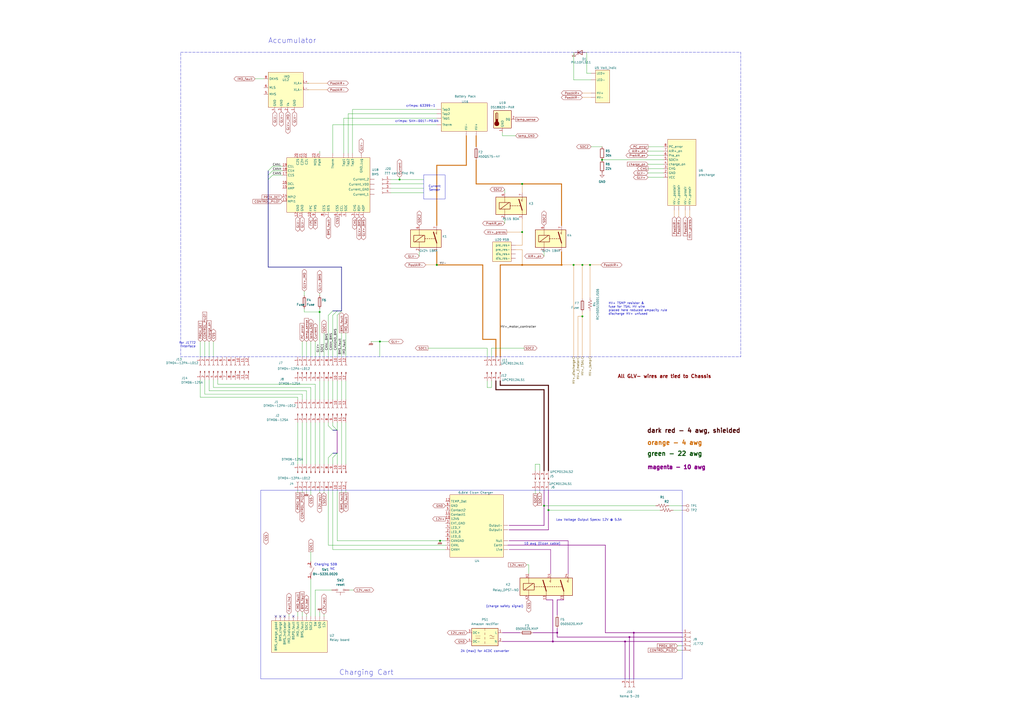
<source format=kicad_sch>
(kicad_sch (version 20250114) (generator "eeschema") (generator_version "9.0")
  (paper "A2")
  (rectangle (start 245.745 101.473) (end 258.191 115.443))
  (rectangle (start 104.775 30.353) (end 429.768 207.01) (stroke (width 0) (type dash)))
  (rectangle (start 151.257 284.353) (end 395.732 393.827))
  (text "Charging Cart" (at 196.723 391.922 0) (effects (font (size 3 3)) (justify left bottom)))
  (text "HV+ TSMP resistor &\nfuse for TSAL HV wire\nplaced here reduced ampacity rule\ndischarge HV+ unfused" (at 352.933 179.07 0) (effects (font (size 1.27 1.27)) (justify left)))
  (text "green - 22 awg" (at 375.285 264.795 0) (effects (font (size 2.54 2.54) (thickness 0.508) (bold yes)) (justify left bottom)))
  (text "magenta - 10 awg\n" (at 375.285 271.145 0) (effects (font (size 2.286 2.286) (thickness 1.016) (bold yes)) (justify left)))
  (text "crimps: SXH-001T-P0.6N\n" (at 229.235 71.12 0) (effects (font (size 1.27 1.27)) (justify left bottom)))
  (text "dark red - 4 awg, shielded" (at 402.463 249.936 0) (effects (font (size 2.54 2.54) (thickness 0.508) (bold yes))))
  (text "for J1772 \ninterface" (at 109.22 200.025 0) (effects (font (size 1.27 1.27))))
  (text "Charging SDB" (at 195.58 328.295 0) (effects (font (size 1.27 1.27)) (justify right bottom)))
  (text "All GLV- wires are tied to Chassis" (at 385.445 218.44 0) (effects (font (size 2.032 2.032) (thickness 0.4064) (bold yes))))
  (text "(charge safety signal)" (at 292.735 351.79 0) (effects (font (size 1.27 1.27))))
  (text "orange - 4 awg\n" (at 375.285 258.445 0) (effects (font (size 2.54 2.54) (thickness 0.508) (bold yes)) (justify left bottom)))
  (text "NC" (at 194.31 330.835 0) (effects (font (size 1.27 1.27)) (justify right bottom)))
  (text "10 awg (Elcon cable)" (at 314.579 315.468 0) (effects (font (size 1.27 1.27))))
  (text "2A (max) for ACDC converter" (at 281.305 377.825 0) (effects (font (size 1.27 1.27))))
  (text "Accumulator\n" (at 155.575 25.4 0) (effects (font (size 3 3)) (justify left bottom)))
  (text "Low Voltage Output Specs: 12V @ 5.5A" (at 341.63 301.625 0) (effects (font (size 1.27 1.27))))
  (text "crimps: 63399-1" (at 235.585 62.23 0) (effects (font (size 1.27 1.27)) (justify left bottom)))
  (text "Current\nSensor" (at 252.095 109.22 0) (effects (font (size 1.27 1.27))))
  (junction (at 318.135 295.91))
  (junction (at 302.895 106.68))
  (junction (at 302.895 134.62))
  (junction (at 365.125 369.57) (color 132 0 132 1))
  (junction (at 325.755 153.67) (color 204 102 0 1))
  (junction (at 349.25 92.71))
  (junction (at 253.365 153.67))
  (junction (at 337.82 153.67))
  (junction (at 315.595 293.37))
  (junction (at 231.775 104.14))
  (junction (at 185.42 180.975))
  (junction (at 320.675 372.11) (color 132 0 132 1))
  (junction (at 220.345 198.12))
  (junction (at 323.215 367.03) (color 132 0 132 1))
  (junction (at 367.665 367.03) (color 132 0 132 1))
  (junction (at 255.27 313.69))
  (junction (at 362.585 372.11) (color 132 0 132 1))
  (junction (at 302.895 153.67) (color 204 102 0 1))
  (junction (at 337.82 183.515))
  (junction (at 332.74 153.67))
  (junction (at 342.265 153.67))
  (no_connect (at 160.02 357.505))
  (no_connect (at 170.18 357.505))
  (no_connect (at 162.56 357.505))
  (no_connect (at 165.1 357.505))
  (bus_entry (at 193.04 180.34) (size -2.54 2.54))
  (bus_entry (at 158.115 99.06) (size -2.54 2.54))
  (bus_entry (at 190.5 247.015) (size 2.54 2.54))
  (bus_entry (at 158.115 101.6) (size -2.54 2.54))
  (bus_entry (at 193.04 247.015) (size 2.54 2.54))
  (bus_entry (at 158.115 96.52) (size -2.54 2.54))
  (bus_entry (at 190.5 265.43) (size 2.54 -2.54))
  (bus_entry (at 193.04 265.43) (size 2.54 -2.54))
  (bus_entry (at 195.58 182.88) (size 2.54 -2.54))
  (bus_entry (at 195.58 180.34) (size -2.54 2.54))
  (wire (pts (xy 280.035 153.67) (xy 280.035 196.85)) (stroke (width 0.508) (color 204 102 0 1)))
  (wire (pts (xy 182.88 198.12) (xy 182.88 207.01)))
  (wire (pts (xy 329.565 313.69) (xy 329.565 332.74)) (stroke (width 0.254) (color 132 0 132 1)))
  (wire (pts (xy 318.135 307.34) (xy 318.135 295.91)) (stroke (width 0.3048) (color 132 0 132 1)))
  (wire (pts (xy 276.225 78.74) (xy 276.225 85.09)) (stroke (width 0.508) (color 204 102 0 1)))
  (wire (pts (xy 299.085 78.74) (xy 291.465 78.74)))
  (wire (pts (xy 193.04 72.39) (xy 193.04 88.9)))
  (wire (pts (xy 193.04 318.77) (xy 258.445 318.77)))
  (wire (pts (xy 320.675 372.11) (xy 362.585 372.11)) (stroke (width 0.3048) (color 132 0 132 1)))
  (wire (pts (xy 340.36 30.48) (xy 340.36 42.545)))
  (wire (pts (xy 200.66 284.48) (xy 200.66 285.75)))
  (wire (pts (xy 302.895 134.62) (xy 302.895 142.24)) (stroke (width 0) (color 204 102 0 1)))
  (wire (pts (xy 116.205 198.12) (xy 116.205 207.01)))
  (wire (pts (xy 302.895 153.67) (xy 325.755 153.67)) (stroke (width 0.508) (color 204 102 0 1)))
  (wire (pts (xy 365.125 369.57) (xy 395.605 369.57)) (stroke (width 0.3048) (color 132 0 132 1)))
  (wire (pts (xy 172.72 245.11) (xy 172.72 269.24)))
  (wire (pts (xy 342.265 153.67) (xy 348.615 153.67)) (stroke (width 0) (color 204 102 0 1)))
  (wire (pts (xy 198.12 220.98) (xy 198.12 231.775)))
  (wire (pts (xy 121.285 220.345) (xy 121.285 226.695)))
  (wire (pts (xy 325.755 106.68) (xy 325.755 130.81)) (stroke (width 0.508) (color 204 102 0 1)))
  (wire (pts (xy 270.51 78.74) (xy 270.51 95.885)) (stroke (width 0.508) (color 204 102 0 1)))
  (wire (pts (xy 315.595 304.8) (xy 315.595 293.37)) (stroke (width 0.3048) (color 132 0 132 1)))
  (wire (pts (xy 282.575 220.98) (xy 282.575 224.79)))
  (wire (pts (xy 185.42 220.98) (xy 185.42 231.775)))
  (wire (pts (xy 337.82 153.67) (xy 342.265 153.67)) (stroke (width 0) (color 204 102 0 1)))
  (wire (pts (xy 172.72 285.75) (xy 172.72 284.48)))
  (wire (pts (xy 198.12 193.04) (xy 198.12 207.01)))
  (wire (pts (xy 180.34 198.12) (xy 180.34 207.01)))
  (wire (pts (xy 226.695 111.76) (xy 245.745 111.76)))
  (wire (pts (xy 175.26 285.75) (xy 175.26 284.48)))
  (wire (pts (xy 193.04 72.39) (xy 253.365 72.39)))
  (wire (pts (xy 180.34 224.79) (xy 123.825 224.79)))
  (wire (pts (xy 400.05 121.92) (xy 400.05 125.73)) (stroke (width 0) (color 204 102 0 1)))
  (wire (pts (xy 291.465 372.11) (xy 320.675 372.11)) (stroke (width 0.3048) (color 132 0 132 1)))
  (wire (pts (xy 177.8 226.695) (xy 177.8 231.775)))
  (wire (pts (xy 185.42 245.11) (xy 185.42 269.24)))
  (wire (pts (xy 387.985 293.37) (xy 395.605 293.37)))
  (wire (pts (xy 299.085 144.78) (xy 302.895 144.78)) (stroke (width 0) (color 204 102 0 1)))
  (wire (pts (xy 247.015 153.67) (xy 253.365 153.67)) (stroke (width 0) (color 204 102 0 1)))
  (wire (pts (xy 340.36 42.545) (xy 342.9 42.545)))
  (wire (pts (xy 258.445 313.69) (xy 255.27 313.69)))
  (wire (pts (xy 226.695 109.22) (xy 245.745 109.22)))
  (wire (pts (xy 285.115 201.93) (xy 304.165 201.93)))
  (bus (pts (xy 195.58 249.555) (xy 195.58 262.89)) (stroke (width 0) (color 132 0 132 1)))
  (wire (pts (xy 316.865 347.98) (xy 320.675 347.98)) (stroke (width 0.3048) (color 132 0 132 1)))
  (wire (pts (xy 375.92 90.17) (xy 384.81 90.17)))
  (wire (pts (xy 195.58 284.48) (xy 195.58 313.69)))
  (wire (pts (xy 313.055 284.48) (xy 313.055 285.75)))
  (wire (pts (xy 315.595 146.05) (xy 315.595 148.59)))
  (wire (pts (xy 337.82 53.975) (xy 342.9 53.975)) (stroke (width 0) (color 204 102 0 1)))
  (wire (pts (xy 198.12 245.11) (xy 198.12 269.24)))
  (wire (pts (xy 393.7 121.92) (xy 393.7 125.73)) (stroke (width 0) (color 204 102 0 1)))
  (wire (pts (xy 318.135 295.91) (xy 382.905 295.91)))
  (wire (pts (xy 185.42 354.965) (xy 185.42 357.505)))
  (wire (pts (xy 182.88 342.265) (xy 182.88 357.505)))
  (wire (pts (xy 292.735 109.855) (xy 292.735 111.76)))
  (wire (pts (xy 287.655 226.06) (xy 315.595 226.06)) (stroke (width 0.5588) (color 72 0 0 1)))
  (bus (pts (xy 195.58 180.34) (xy 198.12 180.34)))
  (wire (pts (xy 187.96 357.505) (xy 187.96 356.235)))
  (wire (pts (xy 362.585 372.11) (xy 362.585 393.7)) (stroke (width 0.3048) (color 132 0 132 1)))
  (wire (pts (xy 367.665 367.03) (xy 367.665 393.7)) (stroke (width 0.3048) (color 132 0 132 1)))
  (wire (pts (xy 116.205 220.345) (xy 116.205 230.505)))
  (wire (pts (xy 290.195 153.67) (xy 302.895 153.67)) (stroke (width 0.508) (color 204 102 0 1)))
  (wire (pts (xy 253.365 95.885) (xy 270.51 95.885)) (stroke (width 0.508) (color 204 102 0 1)))
  (wire (pts (xy 375.92 95.25) (xy 384.81 95.25)))
  (wire (pts (xy 187.96 245.11) (xy 187.96 269.24)))
  (wire (pts (xy 226.695 104.14) (xy 231.775 104.14)))
  (wire (pts (xy 302.895 106.68) (xy 302.895 111.76)) (stroke (width 0) (color 204 102 0 1)))
  (wire (pts (xy 362.585 372.11) (xy 395.605 372.11)) (stroke (width 0.3048) (color 132 0 132 1)))
  (wire (pts (xy 276.225 106.68) (xy 302.895 106.68)) (stroke (width 0.508) (color 204 102 0 1)))
  (wire (pts (xy 200.66 220.98) (xy 200.66 231.775)))
  (wire (pts (xy 282.575 224.79) (xy 285.115 224.79)))
  (wire (pts (xy 220.345 198.12) (xy 220.345 207.01)))
  (wire (pts (xy 305.435 327.66) (xy 306.705 327.66)))
  (wire (pts (xy 185.42 179.07) (xy 185.42 180.975)))
  (wire (pts (xy 172.72 354.965) (xy 172.72 357.505)))
  (wire (pts (xy 290.195 153.67) (xy 290.195 207.01)) (stroke (width 0.508) (color 204 102 0 1)))
  (wire (pts (xy 231.775 104.14) (xy 245.745 104.14)))
  (wire (pts (xy 195.58 245.11) (xy 195.58 249.555)))
  (wire (pts (xy 195.58 313.69) (xy 255.27 313.69)))
  (wire (pts (xy 315.595 293.37) (xy 316.865 293.37)) (stroke (width 0) (color 132 0 132 1)))
  (wire (pts (xy 310.515 269.24) (xy 310.515 273.05)))
  (wire (pts (xy 193.04 220.98) (xy 193.04 231.775)))
  (wire (pts (xy 178.435 52.07) (xy 189.865 52.07)) (stroke (width 0) (color 204 102 0 1)))
  (wire (pts (xy 290.195 223.52) (xy 318.135 223.52)) (stroke (width 0.5588) (color 72 0 0 1)))
  (wire (pts (xy 190.5 316.23) (xy 190.5 284.48)))
  (wire (pts (xy 199.39 68.58) (xy 253.365 68.58)))
  (wire (pts (xy 193.04 182.88) (xy 193.04 207.01)))
  (wire (pts (xy 287.655 220.98) (xy 287.655 226.06)) (stroke (width 0.5588) (color 72 0 0 1)))
  (wire (pts (xy 318.135 223.52) (xy 318.135 273.05)) (stroke (width 0.5588) (color 72 0 0 1)))
  (wire (pts (xy 175.26 228.6) (xy 118.745 228.6)))
  (wire (pts (xy 276.225 92.71) (xy 276.225 106.68)) (stroke (width 0.508) (color 204 102 0 1)))
  (wire (pts (xy 294.005 134.62) (xy 302.895 134.62)) (stroke (width 0) (color 204 102 0 1)))
  (wire (pts (xy 185.42 180.975) (xy 185.42 207.01)))
  (bus (pts (xy 155.575 104.14) (xy 155.575 154.94)))
  (wire (pts (xy 375.92 100.33) (xy 384.81 100.33)))
  (wire (pts (xy 306.705 327.66) (xy 306.705 332.74)))
  (wire (pts (xy 193.04 265.43) (xy 193.04 269.24)))
  (wire (pts (xy 318.135 284.48) (xy 318.135 295.91)) (stroke (width 0.3048) (color 132 0 132 1)))
  (wire (pts (xy 123.825 220.345) (xy 123.825 224.79)))
  (wire (pts (xy 316.865 293.37) (xy 380.365 293.37)))
  (wire (pts (xy 248.285 201.93) (xy 282.575 201.93)))
  (wire (pts (xy 126.365 220.345) (xy 126.365 222.885)))
  (wire (pts (xy 337.82 153.67) (xy 337.82 173.355)) (stroke (width 0) (color 204 102 0 1)))
  (wire (pts (xy 337.82 56.515) (xy 342.9 56.515)) (stroke (width 0) (color 204 102 0 1)))
  (wire (pts (xy 299.085 142.24) (xy 302.895 142.24)) (stroke (width 0) (color 204 102 0 1)))
  (wire (pts (xy 393.065 377.19) (xy 395.605 377.19)))
  (wire (pts (xy 302.895 106.68) (xy 325.755 106.68)) (stroke (width 0.508) (color 204 102 0 1)))
  (wire (pts (xy 351.155 316.23) (xy 351.155 367.03)) (stroke (width 0.3048) (color 132 0 132 1)))
  (wire (pts (xy 193.04 247.015) (xy 193.04 245.11)))
  (wire (pts (xy 323.215 364.49) (xy 323.215 367.03)) (stroke (width 0.3048) (color 132 0 132 1)))
  (bus (pts (xy 155.575 101.6) (xy 155.575 104.14)))
  (bus (pts (xy 198.12 154.94) (xy 155.575 154.94)))
  (wire (pts (xy 315.595 284.48) (xy 315.595 293.37)) (stroke (width 0.3048) (color 132 0 132 1)))
  (wire (pts (xy 375.92 102.87) (xy 384.81 102.87)))
  (wire (pts (xy 351.155 316.23) (xy 294.64 316.23)) (stroke (width 0.3048) (color 132 0 132 1)))
  (wire (pts (xy 177.8 285.75) (xy 177.8 284.48)))
  (wire (pts (xy 200.66 245.11) (xy 200.66 269.24)))
  (bus (pts (xy 155.575 99.06) (xy 155.575 101.6)))
  (wire (pts (xy 167.64 356.235) (xy 167.64 357.505)))
  (wire (pts (xy 291.465 78.74) (xy 291.465 76.835)))
  (wire (pts (xy 176.53 179.07) (xy 176.53 180.975)))
  (wire (pts (xy 315.595 226.06) (xy 315.595 273.05)) (stroke (width 0.5588) (color 72 0 0 1)))
  (wire (pts (xy 185.42 87.63) (xy 185.42 88.9)))
  (wire (pts (xy 285.115 220.98) (xy 285.115 224.79)))
  (wire (pts (xy 337.82 183.515) (xy 337.82 207.01)) (stroke (width 0) (color 204 102 0 1)))
  (wire (pts (xy 302.895 144.78) (xy 302.895 153.67)) (stroke (width 0) (color 204 102 0 1)))
  (wire (pts (xy 390.525 295.91) (xy 395.605 295.91)))
  (wire (pts (xy 342.9 85.09) (xy 349.25 85.09)))
  (wire (pts (xy 309.245 367.03) (xy 323.215 367.03)) (stroke (width 0.3048) (color 132 0 132 1)))
  (wire (pts (xy 175.26 198.12) (xy 175.26 207.01)))
  (wire (pts (xy 118.745 198.12) (xy 118.745 207.01)))
  (wire (pts (xy 178.435 48.26) (xy 179.07 48.26)))
  (wire (pts (xy 342.265 180.34) (xy 342.265 207.01)) (stroke (width 0) (color 204 102 0 1)))
  (wire (pts (xy 319.405 318.77) (xy 319.405 332.74)) (stroke (width 0.254) (color 132 0 132 1)))
  (wire (pts (xy 180.34 245.11) (xy 180.34 269.24)))
  (wire (pts (xy 180.34 231.775) (xy 180.34 224.79)))
  (wire (pts (xy 215.265 198.12) (xy 220.345 198.12)))
  (wire (pts (xy 182.88 245.11) (xy 182.88 269.24)))
  (wire (pts (xy 180.34 284.48) (xy 180.34 287.02)))
  (wire (pts (xy 285.115 201.93) (xy 285.115 207.01)))
  (wire (pts (xy 287.655 196.85) (xy 287.655 207.01)) (stroke (width 0.508) (color 204 102 0 1)))
  (wire (pts (xy 175.26 245.11) (xy 175.26 269.24)))
  (wire (pts (xy 187.96 193.04) (xy 187.96 207.01)))
  (wire (pts (xy 290.195 220.98) (xy 290.195 223.52)) (stroke (width 0.5588) (color 72 0 0 1)))
  (wire (pts (xy 391.16 121.92) (xy 391.16 125.73)) (stroke (width 0) (color 204 102 0 1)))
  (wire (pts (xy 201.93 66.04) (xy 201.93 88.9)))
  (wire (pts (xy 342.265 153.67) (xy 342.265 172.72)) (stroke (width 0) (color 204 102 0 1)))
  (wire (pts (xy 295.275 307.34) (xy 318.135 307.34)) (stroke (width 0.3048) (color 132 0 132 1)))
  (wire (pts (xy 323.215 347.98) (xy 327.025 347.98)) (stroke (width 0.3048) (color 132 0 132 1)))
  (wire (pts (xy 332.74 46.355) (xy 332.74 30.48)))
  (wire (pts (xy 332.74 153.67) (xy 332.74 207.01)) (stroke (width 0) (color 204 102 0 1)))
  (wire (pts (xy 123.825 198.12) (xy 123.825 207.01)))
  (wire (pts (xy 172.72 230.505) (xy 172.72 231.775)))
  (wire (pts (xy 195.58 220.98) (xy 195.58 231.775)))
  (wire (pts (xy 295.275 318.77) (xy 319.405 318.77)) (stroke (width 0.254) (color 132 0 132 1)))
  (wire (pts (xy 204.47 63.5) (xy 253.365 63.5)))
  (wire (pts (xy 302.895 127) (xy 302.895 134.62)) (stroke (width 0) (color 204 102 0 1)))
  (wire (pts (xy 126.365 222.885) (xy 182.88 222.885)))
  (wire (pts (xy 320.675 347.98) (xy 320.675 372.11)) (stroke (width 0.3048) (color 132 0 132 1)))
  (wire (pts (xy 200.66 193.04) (xy 200.66 207.01)))
  (wire (pts (xy 397.51 121.92) (xy 397.51 125.73)) (stroke (width 0) (color 204 102 0 1)))
  (wire (pts (xy 180.34 357.505) (xy 180.34 335.915)))
  (wire (pts (xy 190.5 182.88) (xy 190.5 207.01)))
  (wire (pts (xy 313.055 269.24) (xy 310.515 269.24)))
  (wire (pts (xy 323.215 347.98) (xy 323.215 356.87)) (stroke (width 0.3048) (color 132 0 132 1)))
  (wire (pts (xy 178.435 52.07) (xy 179.07 52.07)))
  (wire (pts (xy 158.115 101.6) (xy 163.83 101.6)))
  (wire (pts (xy 121.285 198.12) (xy 121.285 207.01)))
  (wire (pts (xy 204.47 88.9) (xy 204.47 63.5)))
  (bus (pts (xy 195.58 249.555) (xy 193.04 249.555)))
  (wire (pts (xy 190.5 245.11) (xy 190.5 247.015)))
  (wire (pts (xy 199.39 88.9) (xy 199.39 68.58)))
  (wire (pts (xy 243.205 146.05) (xy 243.205 148.59)))
  (wire (pts (xy 180.34 325.755) (xy 180.34 320.04)))
  (wire (pts (xy 310.515 284.48) (xy 310.515 286.385)))
  (wire (pts (xy 190.5 220.98) (xy 190.5 231.775)))
  (wire (pts (xy 176.53 180.975) (xy 185.42 180.975)))
  (wire (pts (xy 178.435 48.26) (xy 189.865 48.26)) (stroke (width 0) (color 204 102 0 1)))
  (wire (pts (xy 349.25 92.71) (xy 384.81 92.71)))
  (wire (pts (xy 176.53 168.91) (xy 176.53 171.45)))
  (wire (pts (xy 201.93 66.04) (xy 253.365 66.04)))
  (wire (pts (xy 337.82 180.975) (xy 337.82 183.515)) (stroke (width 0) (color 204 102 0 1)))
  (wire (pts (xy 295.275 313.69) (xy 329.565 313.69)) (stroke (width 0.254) (color 132 0 132 1)))
  (wire (pts (xy 282.575 201.93) (xy 282.575 207.01)))
  (wire (pts (xy 375.92 97.79) (xy 384.81 97.79)))
  (wire (pts (xy 158.115 96.52) (xy 163.83 96.52)))
  (wire (pts (xy 147.955 45.72) (xy 153.035 45.72)))
  (wire (pts (xy 258.445 316.23) (xy 190.5 316.23)))
  (wire (pts (xy 231.775 102.87) (xy 231.775 104.14)))
  (wire (pts (xy 351.155 367.03) (xy 367.665 367.03)) (stroke (width 0.3048) (color 132 0 132 1)))
  (wire (pts (xy 335.28 183.515) (xy 335.28 207.01)) (stroke (width 0) (color 204 102 0 1)))
  (wire (pts (xy 193.04 284.48) (xy 193.04 318.77)))
  (wire (pts (xy 393.065 374.65) (xy 395.605 374.65)))
  (wire (pts (xy 253.365 95.885) (xy 253.365 130.81)) (stroke (width 0.508) (color 204 102 0 1)))
  (bus (pts (xy 193.04 180.34) (xy 195.58 180.34)))
  (wire (pts (xy 177.8 198.12) (xy 177.8 207.01)))
  (wire (pts (xy 158.115 99.06) (xy 163.83 99.06)))
  (wire (pts (xy 195.58 182.88) (xy 195.58 207.01)))
  (wire (pts (xy 335.28 183.515) (xy 337.82 183.515)) (stroke (width 0) (color 204 102 0 1)))
  (wire (pts (xy 253.365 146.05) (xy 253.365 153.67)) (stroke (width 0.508) (color 204 102 0 1)))
  (wire (pts (xy 185.42 170.18) (xy 185.42 171.45)))
  (wire (pts (xy 220.345 198.12) (xy 225.425 198.12)))
  (wire (pts (xy 367.665 367.03) (xy 395.605 367.03)) (stroke (width 0.3048) (color 132 0 132 1)))
  (wire (pts (xy 375.92 85.09) (xy 384.81 85.09)))
  (wire (pts (xy 198.12 284.48) (xy 198.12 285.75)))
  (wire (pts (xy 332.74 153.67) (xy 337.82 153.67)) (stroke (width 0) (color 204 102 0 1)))
  (wire (pts (xy 325.755 153.67) (xy 332.74 153.67)) (stroke (width 0) (color 204 102 0 1)))
  (wire (pts (xy 121.285 226.695) (xy 177.8 226.695)))
  (wire (pts (xy 332.74 46.355) (xy 342.9 46.355)))
  (wire (pts (xy 325.755 146.05) (xy 325.755 153.67)) (stroke (width 0.508) (color 204 102 0 1)))
  (wire (pts (xy 295.275 304.8) (xy 315.595 304.8)) (stroke (width 0.3048) (color 132 0 132 1)))
  (bus (pts (xy 193.04 262.89) (xy 195.58 262.89)))
  (bus (pts (xy 198.12 180.34) (xy 198.12 154.94)))
  (wire (pts (xy 292.735 129.54) (xy 292.735 127)))
  (wire (pts (xy 375.92 87.63) (xy 384.81 87.63)))
  (wire (pts (xy 185.42 285.75) (xy 185.42 284.48)))
  (wire (pts (xy 323.215 367.03) (xy 323.215 369.57)) (stroke (width 0.3048) (color 132 0 132 1)))
  (wire (pts (xy 365.125 369.57) (xy 365.125 393.7)) (stroke (width 0.3048) (color 132 0 132 1)))
  (wire (pts (xy 190.5 265.43) (xy 190.5 269.24)))
  (wire (pts (xy 192.405 342.265) (xy 182.88 342.265)))
  (wire (pts (xy 182.88 222.885) (xy 182.88 231.775)))
  (wire (pts (xy 202.565 342.265) (xy 205.105 342.265)))
  (wire (pts (xy 313.055 273.05) (xy 313.055 269.24)))
  (wire (pts (xy 226.695 106.68) (xy 245.745 106.68)))
  (wire (pts (xy 175.26 354.965) (xy 175.26 357.505)))
  (wire (pts (xy 187.96 220.98) (xy 187.96 231.775)))
  (wire (pts (xy 195.58 262.89) (xy 195.58 269.24)))
  (wire (pts (xy 116.205 230.505) (xy 172.72 230.505)))
  (wire (pts (xy 118.745 228.6) (xy 118.745 220.345)))
  (wire (pts (xy 177.8 245.11) (xy 177.8 269.24)))
  (wire (pts (xy 287.655 196.85) (xy 280.035 196.85)) (stroke (width 0.508) (color 204 102 0 1)))
  (wire (pts (xy 187.96 285.75) (xy 187.96 284.48)))
  (wire (pts (xy 253.365 153.67) (xy 280.035 153.67)) (stroke (width 0.508) (color 204 102 0 1)))
  (wire (pts (xy 175.26 231.775) (xy 175.26 228.6)))
  (wire (pts (xy 291.465 367.03) (xy 301.625 367.03)) (stroke (width 0.3048) (color 132 0 132 1)))
  (wire (pts (xy 323.215 369.57) (xy 365.125 369.57)) (stroke (width 0.3048) (color 132 0 132 1)))
  (wire (pts (xy 177.8 356.235) (xy 177.8 357.505)))
  (label "CANH_BMS" (at 193.04 203.2 90))
  (label "CANS" (at 158.115 101.6 0))
  (label "HV+_motor_controller" (at 290.195 190.5 0))
  (label "IMD_fault" (at 200.66 205.74 90))
  (label "CANL" (at 158.115 96.52 0))
  (label "BMS_fault" (at 198.12 205.74 90))
  (label "CANGND_BMS" (at 195.58 203.2 90))
  (label "SDC1" (at 187.96 204.47 90))
  (label "CANL_BMS" (at 190.5 203.2 90))
  (label "GLV+" (at 185.42 204.47 90))
  (label "CANH" (at 158.115 99.06 0))
  (label "HV-" (at 259.08 153.67 180))
  (global_label "12V_rect" (shape bidirectional) (at 205.105 342.265 0) (property "Intersheetrefs" "${INTERSHEET_REFS}" (effects (hide yes))))
  (global_label "charge_on" (shape input) (at 121.285 198.12 90) (property "Intersheetrefs" "${INTERSHEET_REFS}" (effects (hide yes))))
  (global_label "AIR+_en" (shape bidirectional) (at 315.595 148.59 180) (property "Intersheetrefs" "${INTERSHEET_REFS}" (effects (hide yes))))
  (global_label "charge_on" (shape input) (at 375.92 95.25 180) (property "Intersheetrefs" "${INTERSHEET_REFS}" (effects (hide yes))))
  (global_label "PC_error" (shape output) (at 375.92 85.09 180) (property "Intersheetrefs" "${INTERSHEET_REFS}" (effects (hide yes))))
  (global_label "GLV-" (shape bidirectional) (at 175.26 125.73 270) (property "Intersheetrefs" "${INTERSHEET_REFS}" (effects (hide yes))))
  (global_label "temp_sense" (shape output) (at 299.085 69.215 0) (property "Intersheetrefs" "${INTERSHEET_REFS}" (effects (hide yes))))
  (global_label "CHG" (shape output) (at 375.92 97.79 180) (property "Intersheetrefs" "${INTERSHEET_REFS}" (effects (hide yes))))
  (global_label "GLV-" (shape bidirectional) (at 209.55 88.9 90) (property "Intersheetrefs" "${INTERSHEET_REFS}" (effects (hide yes))))
  (global_label "SDC1" (shape output) (at 248.285 201.93 180) (property "Intersheetrefs" "${INTERSHEET_REFS}" (effects (hide yes))))
  (global_label "GLV-" (shape bidirectional) (at 375.92 100.33 180) (property "Intersheetrefs" "${INTERSHEET_REFS}" (effects (hide yes))))
  (global_label "SDC2" (shape bidirectional) (at 315.595 130.81 90) (property "Intersheetrefs" "${INTERSHEET_REFS}" (effects (hide yes))))
  (global_label "PC_error" (shape input) (at 175.26 198.12 90) (property "Intersheetrefs" "${INTERSHEET_REFS}" (effects (hide yes))))
  (global_label "GLV+_BMS" (shape bidirectional) (at 185.42 170.18 90) (property "Intersheetrefs" "${INTERSHEET_REFS}" (effects (hide yes))))
  (global_label "PreAIR_en" (shape bidirectional) (at 292.735 129.54 180) (property "Intersheetrefs" "${INTERSHEET_REFS}" (effects (hide yes))))
  (global_label "FMS" (shape bidirectional) (at 182.88 125.73 270) (property "Intersheetrefs" "${INTERSHEET_REFS}" (effects (hide yes))))
  (global_label "12V_rect" (shape bidirectional) (at 185.42 285.75 270) (property "Intersheetrefs" "${INTERSHEET_REFS}" (effects (hide yes))))
  (global_label "Current" (shape bidirectional) (at 231.775 102.87 90) (property "Intersheetrefs" "${INTERSHEET_REFS}" (effects (hide yes))))
  (global_label "CONTROL_PILOT" (shape output) (at 175.26 285.75 270) (property "Intersheetrefs" "${INTERSHEET_REFS}" (effects (hide yes))))
  (global_label "BMS_fault" (shape output) (at 198.12 193.04 90) (property "Intersheetrefs" "${INTERSHEET_REFS}" (effects (hide yes))))
  (global_label "FPC" (shape bidirectional) (at 180.34 125.73 270) (property "Intersheetrefs" "${INTERSHEET_REFS}" (effects (hide yes))))
  (global_label "PostAIR+" (shape bidirectional) (at 189.865 48.26 0) (property "Intersheetrefs" "${INTERSHEET_REFS}" (effects (hide yes))))
  (global_label "GND" (shape bidirectional) (at 258.445 293.37 180) (property "Intersheetrefs" "${INTERSHEET_REFS}" (effects (hide yes))))
  (global_label "CSS" (shape bidirectional) (at 180.34 287.02 270) (property "Intersheetrefs" "${INTERSHEET_REFS}" (effects (hide yes))))
  (global_label "PostAIR+" (shape bidirectional) (at 337.82 53.975 180) (property "Intersheetrefs" "${INTERSHEET_REFS}" (effects (hide yes))))
  (global_label "HV+_preres" (shape input) (at 400.05 125.73 270) (property "Intersheetrefs" "${INTERSHEET_REFS}" (effects (hide yes))))
  (global_label "PreAIR_en" (shape bidirectional) (at 375.92 90.17 180) (property "Intersheetrefs" "${INTERSHEET_REFS}" (effects (hide yes))))
  (global_label "GLV+_IMD" (shape bidirectional) (at 176.53 168.91 90) (property "Intersheetrefs" "${INTERSHEET_REFS}" (effects (hide yes))))
  (global_label "Current" (shape bidirectional) (at 182.88 198.12 90) (property "Intersheetrefs" "${INTERSHEET_REFS}" (effects (hide yes))))
  (global_label "SDC2" (shape bidirectional) (at 342.9 85.09 180) (property "Intersheetrefs" "${INTERSHEET_REFS}" (effects (hide yes))))
  (global_label "GLV+_BMS" (shape bidirectional) (at 208.28 125.73 270) (property "Intersheetrefs" "${INTERSHEET_REFS}" (effects (hide yes))))
  (global_label "GLV-" (shape bidirectional) (at 159.385 64.77 270) (property "Intersheetrefs" "${INTERSHEET_REFS}" (effects (hide yes))))
  (global_label "GLV+_IMD" (shape bidirectional) (at 167.005 64.77 270) (property "Intersheetrefs" "${INTERSHEET_REFS}" (effects (hide yes))))
  (global_label "12V+" (shape output) (at 258.445 300.99 180) (property "Intersheetrefs" "${INTERSHEET_REFS}" (effects (hide yes))))
  (global_label "CONTROL_PILOT" (shape input) (at 118.745 198.12 90) (property "Intersheetrefs" "${INTERSHEET_REFS}" (effects (hide yes))))
  (global_label "Fault_ind" (shape bidirectional) (at 167.64 356.235 90) (property "Intersheetrefs" "${INTERSHEET_REFS}" (effects (hide yes))))
  (global_label "SDC2" (shape output) (at 310.515 286.385 270) (property "Intersheetrefs" "${INTERSHEET_REFS}" (effects (hide yes))))
  (global_label "12V_bat" (shape bidirectional) (at 177.8 356.235 90) (property "Intersheetrefs" "${INTERSHEET_REFS}" (effects (hide yes))))
  (global_label "CSS" (shape bidirectional) (at 306.705 347.98 270) (property "Intersheetrefs" "${INTERSHEET_REFS}" (effects (hide yes))))
  (global_label "SDC2" (shape bidirectional) (at 292.735 109.855 180) (property "Intersheetrefs" "${INTERSHEET_REFS}" (effects (hide yes))))
  (global_label "HV+_preres" (shape output) (at 294.005 134.62 180) (property "Intersheetrefs" "${INTERSHEET_REFS}" (effects (hide yes))))
  (global_label "GLV-" (shape bidirectional) (at 172.72 125.73 270) (property "Intersheetrefs" "${INTERSHEET_REFS}" (effects (hide yes))))
  (global_label "12V_rect" (shape input) (at 305.435 327.66 180) (property "Intersheetrefs" "${INTERSHEET_REFS}" (effects (hide yes))))
  (global_label "IMD_fault" (shape bidirectional) (at 147.955 45.72 180) (property "Intersheetrefs" "${INTERSHEET_REFS}" (effects (hide yes))))
  (global_label "GLV+_BMS" (shape bidirectional) (at 210.82 125.73 270) (property "Intersheetrefs" "${INTERSHEET_REFS}" (effects (hide yes))))
  (global_label "PROX_DET" (shape input) (at 116.205 198.12 90) (property "Intersheetrefs" "${INTERSHEET_REFS}" (effects (hide yes))))
  (global_label "SDC2" (shape bidirectional) (at 243.205 130.81 90) (property "Intersheetrefs" "${INTERSHEET_REFS}" (effects (hide yes))))
  (global_label "PostAIR+" (shape bidirectional) (at 348.615 153.67 0) (property "Intersheetrefs" "${INTERSHEET_REFS}" (effects (hide yes))))
  (global_label "SDC2" (shape output) (at 304.165 201.93 0) (property "Intersheetrefs" "${INTERSHEET_REFS}" (effects (hide yes))))
  (global_label "BMS_fault" (shape bidirectional) (at 190.5 125.73 270) (property "Intersheetrefs" "${INTERSHEET_REFS}" (effects (hide yes))))
  (global_label "CSS" (shape output) (at 195.58 125.73 270) (property "Intersheetrefs" "${INTERSHEET_REFS}" (effects (hide yes))))
  (global_label "PostAIR+" (shape input) (at 393.7 125.73 270) (property "Intersheetrefs" "${INTERSHEET_REFS}" (effects (hide yes))))
  (global_label "PostAIR-" (shape bidirectional) (at 337.82 56.515 180) (property "Intersheetrefs" "${INTERSHEET_REFS}" (effects (hide yes))))
  (global_label "IMD_fault" (shape output) (at 200.66 193.04 90) (property "Intersheetrefs" "${INTERSHEET_REFS}" (effects (hide yes))))
  (global_label "SDC1" (shape input) (at 313.055 285.75 270) (property "Intersheetrefs" "${INTERSHEET_REFS}" (effects (hide yes))))
  (global_label "GND" (shape bidirectional) (at 271.145 372.11 180) (property "Intersheetrefs" "${INTERSHEET_REFS}" (effects (hide yes))))
  (global_label "12V_rect" (shape bidirectional) (at 271.145 367.03 180) (property "Intersheetrefs" "${INTERSHEET_REFS}" (effects (hide yes))))
  (global_label "temp_GND" (shape bidirectional) (at 299.085 78.74 0) (property "Intersheetrefs" "${INTERSHEET_REFS}" (effects (hide yes))))
  (global_label "GLV-" (shape bidirectional) (at 225.425 198.12 0) (property "Intersheetrefs" "${INTERSHEET_REFS}" (effects (hide yes))))
  (global_label "GLV-" (shape bidirectional) (at 163.195 64.77 270) (property "Intersheetrefs" "${INTERSHEET_REFS}" (effects (hide yes))))
  (global_label "IMD_fault" (shape output) (at 200.66 285.75 270) (property "Intersheetrefs" "${INTERSHEET_REFS}" (effects (hide yes))))
  (global_label "CHG" (shape bidirectional) (at 205.74 125.73 270) (property "Intersheetrefs" "${INTERSHEET_REFS}" (effects (hide yes))))
  (global_label "temp_GND" (shape bidirectional) (at 180.34 198.12 90) (property "Intersheetrefs" "${INTERSHEET_REFS}" (effects (hide yes))))
  (global_label "PROX_DET" (shape input) (at 393.065 374.65 180) (property "Intersheetrefs" "${INTERSHEET_REFS}" (effects (hide yes))))
  (global_label "PostAIR-" (shape input) (at 397.51 125.73 270) (property "Intersheetrefs" "${INTERSHEET_REFS}" (effects (hide yes))))
  (global_label "PostAIR-" (shape bidirectional) (at 247.015 153.67 180) (property "Intersheetrefs" "${INTERSHEET_REFS}" (effects (hide yes))))
  (global_label "CSS" (shape bidirectional) (at 123.825 198.12 90) (property "Intersheetrefs" "${INTERSHEET_REFS}" (effects (hide yes))))
  (global_label "BMS_fault" (shape input) (at 175.26 354.965 90) (property "Intersheetrefs" "${INTERSHEET_REFS}" (effects (hide yes))))
  (global_label "PROX_DET" (shape input) (at 163.83 114.3 180) (property "Intersheetrefs" "${INTERSHEET_REFS}" (effects (hide yes))))
  (global_label "PROX_DET" (shape output) (at 172.72 285.75 270) (property "Intersheetrefs" "${INTERSHEET_REFS}" (effects (hide yes))))
  (global_label "PostAIR-" (shape bidirectional) (at 189.865 52.07 0) (property "Intersheetrefs" "${INTERSHEET_REFS}" (effects (hide yes))))
  (global_label "PostAIR-" (shape input) (at 391.16 125.73 270) (property "Intersheetrefs" "${INTERSHEET_REFS}" (effects (hide yes))))
  (global_label "CONTROL_PILOT" (shape input) (at 393.065 377.19 180) (property "Intersheetrefs" "${INTERSHEET_REFS}" (effects (hide yes))))
  (global_label "SDC1" (shape output) (at 180.34 320.04 90) (property "Intersheetrefs" "${INTERSHEET_REFS}" (effects (hide yes))))
  (global_label "SDC1" (shape output) (at 187.96 193.04 90) (property "Intersheetrefs" "${INTERSHEET_REFS}" (effects (hide yes))))
  (global_label "IMD_fault" (shape input) (at 172.72 354.965 90) (property "Intersheetrefs" "${INTERSHEET_REFS}" (effects (hide yes))))
  (global_label "12V_rect" (shape bidirectional) (at 187.96 356.235 90) (property "Intersheetrefs" "${INTERSHEET_REFS}" (effects (hide yes))))
  (global_label "GLV+" (shape bidirectional) (at 375.92 102.87 180) (property "Intersheetrefs" "${INTERSHEET_REFS}" (effects (hide yes))))
  (global_label "SDC2" (shape input) (at 187.96 285.75 270) (property "Intersheetrefs" "${INTERSHEET_REFS}" (effects (hide yes))))
  (global_label "GLV-" (shape bidirectional) (at 170.815 64.77 270) (property "Intersheetrefs" "${INTERSHEET_REFS}" (effects (hide yes))))
  (global_label "CSS" (shape bidirectional) (at 154.305 308.61 270) (property "Intersheetrefs" "${INTERSHEET_REFS}" (effects (hide yes))))
  (global_label "BMS_fault" (shape output) (at 198.12 285.75 270) (property "Intersheetrefs" "${INTERSHEET_REFS}" (effects (hide yes))))
  (global_label "CONTROL_PILOT" (shape input) (at 163.83 116.84 180) (property "Intersheetrefs" "${INTERSHEET_REFS}" (effects (hide yes))))
  (global_label "AIR+_en" (shape bidirectional) (at 375.92 87.63 180) (property "Intersheetrefs" "${INTERSHEET_REFS}" (effects (hide yes))))
  (global_label "temp_sense" (shape input) (at 177.8 198.12 90) (property "Intersheetrefs" "${INTERSHEET_REFS}" (effects (hide yes))))
  (global_label "GLV-" (shape bidirectional) (at 243.205 148.59 180) (property "Intersheetrefs" "${INTERSHEET_REFS}" (effects (hide yes))))
  (hierarchical_label "HV+_tsmp" (shape output) (at 342.265 207.01 270))
  (hierarchical_label "HV+_Emeter" (shape output) (at 335.28 207.01 270))
  (hierarchical_label "HV+_discharge" (shape output) (at 332.74 207.01 270))
  (hierarchical_label "HV+_TSAL" (shape output) (at 337.82 207.01 270))
  (symbol (lib_id "Relay:DIPxx-1Axx-11x") (at 248.285 138.43 0) (unit 1)
    (property "Reference" "K1" (at 256.54 137.16 0) (effects (justify left)))
    (property "Value" "GV24 1BAX" (at 243.205 145.415 0) (effects (justify left)))
    (property "Footprint" "Relay_THT:Relay_StandexMeder_DIP_LowProfile" (effects (hide yes)))
    (property "Datasheet" "https://www.sensata.com/sites/default/files/a/sensata-gigavac-gv24-sereies-800v-contactors-datasheet.pdf" (effects (hide yes)))
  )
  (symbol (lib_id "Device:R") (at 349.25 96.52 0) (unit 1)
    (property "Reference" "R6" (at 351.155 95.2499 0) (effects (justify left)))
    (property "Value" "22k" (at 351.155 97.7899 0) (effects (justify left)))
    (property "Description" "Resistor" (effects (hide yes)))
  )
  (symbol (lib_id "Device:Fuse") (at 305.435 367.03 90) (unit 1)
    (property "Reference" "F3" (at 305.689 362.966 90))
    (property "Value" "0505025.MXP" (at 305.689 364.744 90))
    (property "Description" "Fuse" (effects (hide yes)))
  )
  (symbol (lib_id "Relay:Relay_DPST-NO") (at 316.865 340.36 0) (unit 1)
    (property "Reference" "K2" (at 293.37 339.09 0) (effects (justify left)))
    (property "Value" "Relay_DPST-NO" (at 285.75 342.265 0) (effects (justify left)))
    (property "Description" "Monostable Relay DPST, Normally Open, EN50005" (effects (hide yes)))
  )
  (symbol (lib_id "Converter_ACDC:VTX-214-010-112") (at 281.305 369.57 0) (mirror y) (unit 1)
    (property "Reference" "PS1" (at 281.305 359.41 0))
    (property "Value" "Amazon rectifier" (at 281.305 361.95 0))
    (property "Footprint" "Converter_ACDC:Converter_ACDC_Vigortronix_VTX-214-010-xxx_THT" (effects (hide yes)))
    (property "Datasheet" "http://www.vigortronix.com/10WattACDCPCBPowerModule.aspx" (effects (hide yes)))
    (property "Description" "12V Vigortronix 10W ACDC Converters" (effects (hide yes)))
  )
  (symbol (lib_id "power:GNDPWR") (at 255.27 313.69 0) (unit 1)
    (property "Reference" "#PWR01" (effects (hide yes)))
    (property "Value" "GNDPWR" (effects (hide yes)))
    (property "Description" "Power symbol creates a global label with name \"GNDPWR\" , global ground" (effects (hide yes)))
  )
  (symbol (lib_id "Random:RSB") (at 292.735 146.05 0) (unit 1)
    (property "Reference" "U20" (at 287.02 139.065 0) (effects (justify left)))
    (property "Value" "RSB" (at 293.37 139.065 0))
  )
  (symbol (lib_id "power:GNDPWR") (at 215.265 198.12 0) (unit 1)
    (property "Reference" "#PWR07" (effects (hide yes)))
    (property "Value" "GNDPWR" (effects (hide yes)))
    (property "Description" "Power symbol creates a global label with name \"GNDPWR\" , global ground" (effects (hide yes)))
  )
  (symbol (lib_id "Connector:Conn_01x04_Socket") (at 285.115 212.09 90) (mirror x) (unit 1)
    (property "Reference" "J11" (at 292.735 208.915 90))
    (property "Value" "UPCR012ALS1" (at 297.18 210.82 90))
  )
  (symbol (lib_id "Device:Fuse") (at 276.225 88.9 0) (unit 1)
    (property "Reference" "F2" (at 277.495 88.265 0) (effects (justify left)))
    (property "Value" "A50QS75-4Y" (at 277.495 90.805 0) (effects (justify left)))
  )
  (symbol (lib_id "Relay:DIPxx-1Axx-11x") (at 297.815 119.38 0) (unit 1)
    (property "Reference" "K3" (at 306.705 118.1099 0) (effects (justify left)))
    (property "Value" "P115 BDA" (at 291.465 127 0) (effects (justify left)))
    (property "Footprint" "Relay_THT:Relay_StandexMeder_DIP_LowProfile" (effects (hide yes)))
    (property "Datasheet" "https://www.sensata.com/sites/default/files/a/sensata-gigavac-gv24-sereies-800v-contactors-datasheet.pdf" (effects (hide yes)))
  )
  (symbol (lib_id "Connector:Conn_01x12_Socket") (at 185.42 212.09 90) (mirror x) (unit 1)
    (property "Reference" "J7" (at 162.814 210.566 90))
    (property "Value" "DTM04-12PA-L012" (at 170.434 213.868 90))
  )
  (symbol (lib_id "Device:LED") (at 336.55 30.48 0) (unit 1)
    (property "Reference" "D1" (at 340.36 34.29 0) (effects (justify right)))
    (property "Value" "PVL10FLS11" (at 342.9 36.195 0) (effects (justify right)))
    (property "Footprint" "LED_THT:LED_D3.0mm" (effects (hide yes)))
  )
  (symbol (lib_id "FSAE:BMS") (at 216.408 106.807 90) (unit 1)
    (property "Reference" "U18" (at 217.678 98.5168 90))
    (property "Value" "BMS" (at 217.678 101.0568 90))
  )
  (symbol (lib_id "Connector:Conn_01x03_Socket") (at 365.125 398.78 270) (unit 1)
    (property "Reference" "J10" (at 365.125 401.32 90))
    (property "Value" "Nema 5-20" (at 365.125 403.86 90))
    (property "Description" "Generic connector, single row, 01x03, script generated" (effects (hide yes)))
  )
  (symbol (lib_id "Connector:Conn_01x04_Pin") (at 313.055 278.13 90) (unit 1)
    (property "Reference" "J5" (at 320.04 276.225 90))
    (property "Value" "UPCP012ALS2" (at 325.755 273.685 90))
  )
  (symbol (lib_id "Connector:TestPoint") (at 395.605 293.37 270) (unit 1)
    (property "Reference" "TP1" (at 400.685 293.37 90) (effects (justify left)))
    (property "Value" "TestPoint" (effects (hide yes)))
  )
  (symbol (lib_id "power:GNDPWR") (at 185.42 354.965 180) (unit 1)
    (property "Reference" "#PWR011" (effects (hide yes)))
    (property "Value" "GNDPWR" (effects (hide yes)))
    (property "Description" "Power symbol creates a global label with name \"GNDPWR\" , global ground" (effects (hide yes)))
  )
  (symbol (lib_name "Relay_board_1") (lib_id "Random:Relay_board") (at 182.88 365.76 180) (unit 1)
    (property "Reference" "U2" (at 191.135 368.6175 0) (effects (justify right)))
    (property "Value" "Relay board" (at 191.135 371.1575 0) (effects (justify right)))
  )
  (symbol (lib_id "Connector:Conn_01x12_Socket") (at 185.42 236.855 90) (mirror x) (unit 1)
    (property "Reference" "J1" (at 160.274 233.172 90))
    (property "Value" "DTM04-12PA-L012" (at 162.179 235.331 90))
  )
  (symbol (lib_id "Connector:Conn_01x12_Socket") (at 128.905 212.09 90) (mirror x) (unit 1)
    (property "Reference" "J13" (at 103.759 208.407 90))
    (property "Value" "DTM04-12PA-L012" (at 105.664 210.566 90))
  )
  (symbol (lib_id "Connector:Conn_01x12_Pin") (at 185.42 240.03 90) (mirror x) (unit 1)
    (property "Reference" "J2" (at 160.909 241.046 90))
    (property "Value" "DTM06-12SA" (at 160.909 243.586 90))
  )
  (symbol (lib_id "Connector:Conn_01x12_Socket") (at 185.42 279.4 90) (unit 1)
    (property "Reference" "J4" (at 169.164 280.543 90))
    (property "Value" "DTM04-12PA-L012" (at 170.561 277.368 90))
  )
  (symbol (lib_id "Connector:Conn_01x05_Socket") (at 400.685 372.11 0) (unit 1)
    (property "Reference" "J9" (at 401.955 370.8399 0) (effects (justify left)))
    (property "Value" "J1772" (at 401.955 373.3799 0) (effects (justify left)))
    (property "Description" "Generic connector, single row, 01x05, script generated" (effects (hide yes)))
  )
  (symbol (lib_id "Sensor_Temperature:DS18B20-PAR") (at 291.465 69.215 0) (unit 1)
    (property "Reference" "U19" (at 291.465 59.69 0))
    (property "Value" "DS18B20-PAR" (at 291.465 62.23 0))
    (property "Footprint" "Package_TO_SOT_THT:TO-92_Inline" (effects (hide yes)))
    (property "Datasheet" "http://datasheets.maximintegrated.com/en/ds/DS18B20-PAR.pdf" (effects (hide yes)))
    (property "Description" "1-Wire Parasite-Power Digital Thermometer TO-92" (effects (hide yes)))
  )
  (symbol (lib_id "Relay:DIPxx-1Axx-11x") (at 320.675 138.43 0) (unit 1)
    (property "Reference" "K4" (at 328.93 136.525 0) (effects (justify left)))
    (property "Value" "GV24 1BAX" (at 314.325 145.415 0) (effects (justify left)))
    (property "Footprint" "Relay_THT:Relay_StandexMeder_DIP_LowProfile" (effects (hide yes)))
    (property "Datasheet" "https://www.sensata.com/sites/default/files/a/sensata-gigavac-gv24-sereies-800v-contactors-datasheet.pdf" (effects (hide yes)))
  )
  (symbol (lib_id "Connector:Conn_01x04_Socket") (at 313.055 279.4 90) (unit 1)
    (property "Reference" "J6" (at 320.675 282.575 90))
    (property "Value" "UPCR012ALS1" (at 325.12 280.67 90))
  )
  (symbol (lib_id "Device:Fuse") (at 323.215 360.68 0) (unit 1)
    (property "Reference" "F5" (at 324.993 359.41 0) (effects (justify left)))
    (property "Value" "0505020.MXP" (at 324.993 361.95 0) (effects (justify left)))
    (property "Description" "Fuse" (effects (hide yes)))
  )
  (symbol (lib_id "Device:Fuse") (at 185.42 175.26 0) (unit 1)
    (property "Reference" "F6" (at 186.69 174.117 0) (effects (justify left)))
    (property "Value" "Fuse" (at 172.085 176.657 0) (effects (justify left)))
    (property "Description" "Fuse" (effects (hide yes)))
  )
  (symbol (lib_id "FSAE:Elcon") (at 276.86 264.16 180) (unit 1)
    (property "Reference" "U4" (at 276.733 325.374 0))
    (property "Value" "6.6kW Elcon Charger" (at 275.971 285.75 0))
    (property "Datasheet" "https://drive.google.com/file/d/1VmoDZTyT_GKdlcjNlQDRAciwgWTCW6jb/view" (effects (hide yes)))
  )
  (symbol (lib_id "Switch:SW_SPST") (at 180.34 330.835 270) (mirror x) (unit 1)
    (property "Reference" "SW1" (at 188.722 330.454 90))
    (property "Value" "84-5330.0020" (at 188.722 332.994 90))
  )
  (symbol (lib_id "Connector:Conn_01x04_Pin") (at 285.115 215.9 90) (mirror x) (unit 1)
    (property "Reference" "J12" (at 292.1 217.805 90))
    (property "Value" "UPCP012ALS1" (at 297.815 220.345 90))
  )
  (symbol (lib_id "Connector:Conn_01x12_Pin") (at 185.42 274.32 90) (unit 1)
    (property "Reference" "J3" (at 169.545 268.986 90))
    (property "Value" "DTM06-12SA" (at 169.545 266.446 90))
  )
  (symbol (lib_id "Device:R_US") (at 384.175 293.37 90) (unit 1)
    (property "Reference" "R1" (at 384.175 288.417 90))
    (property "Value" "R_US" (effects (hide yes)))
  )
  (symbol (lib_id "FSAE:Battery") (at 269.875 55.88 180) (unit 1)
    (property "Reference" "U16" (at 271.78 59.055 0) (effects (justify left)))
    (property "Value" "Battery Pack" (at 269.875 55.88 0))
  )
  (symbol (lib_id "Random:Volt_indic") (at 349.25 50.8 270) (unit 1)
    (property "Reference" "U5" (at 344.805 39.37 90) (effects (justify left)))
    (property "Value" "Volt_indic" (at 353.06 39.37 90))
  )
  (symbol (lib_id "FSAE:IMD") (at 167.005 39.37 180) (unit 1)
    (property "Reference" "U12" (at 165.735 46.355 0))
    (property "Value" "IMD" (at 166.37 44.45 0))
  )
  (symbol (lib_id "Device:R_US") (at 386.715 295.91 90) (unit 1)
    (property "Reference" "R2" (at 386.715 290.957 90))
    (property "Value" "R_US" (effects (hide yes)))
  )
  (symbol (lib_id "Switch:SW_Push") (at 197.485 342.265 0) (mirror x) (unit 1)
    (property "Reference" "SW2" (at 197.485 336.55 0))
    (property "Value" "reset" (at 197.485 339.09 0))
    (property "Description" "Push button switch, generic, two pins" (effects (hide yes)))
  )
  (symbol (lib_id "Device:R_US") (at 342.265 176.53 180) (unit 1)
    (property "Reference" "R4" (at 344.805 176.53 90))
    (property "Value" "RCH50S15001JS06" (at 346.71 176.53 90))
  )
  (symbol (lib_id "Connector:Conn_01x04_Socket") (at 221.615 106.68 0) (mirror y) (unit 1)
    (property "Reference" "J20" (at 225.044 97.917 0))
    (property "Value" "??? can't find PN" (at 231.648 100.457 0))
    (property "Description" "Generic connector, single row, 01x04, script generated" (effects (hide yes)))
  )
  (symbol (lib_id "Device:R") (at 349.25 88.9 0) (unit 1)
    (property "Reference" "R5" (at 351.155 87.6299 0) (effects (justify left)))
    (property "Value" "30k" (at 351.155 90.1699 0) (effects (justify left)))
    (property "Description" "Resistor" (effects (hide yes)))
  )
  (symbol (lib_id "Connector:Conn_01x12_Pin") (at 185.42 215.9 90) (mirror x) (unit 1)
    (property "Reference" "J8" (at 163.576 219.964 90))
    (property "Value" "DTM06-12SA" (at 167.894 222.504 90))
  )
  (symbol (lib_id "Connector:Conn_01x12_Pin") (at 128.905 215.265 90) (mirror x) (unit 1)
    (property "Reference" "J14" (at 107.061 219.329 90))
    (property "Value" "DTM06-12SA" (at 111.379 221.869 90))
  )
  (symbol (lib_id "Device:Fuse") (at 337.82 177.165 0) (unit 1)
    (property "Reference" "F7" (at 335.915 175.8949 0) (effects (justify right)))
    (property "Value" "Fuse" (at 335.915 178.4349 0) (effects (justify right)))
    (property "Description" "Fuse" (effects (hide yes)))
  )
  (symbol (lib_id "power:GNDPWR") (at 177.8 285.75 0) (unit 1)
    (property "Reference" "#PWR03" (effects (hide yes)))
    (property "Value" "GNDPWR" (effects (hide yes)))
    (property "Description" "Power symbol creates a global label with name \"GNDPWR\" , global ground" (effects (hide yes)))
  )
  (symbol (lib_id "power:GND") (at 349.25 100.33 0) (unit 1)
    (property "Reference" "#PWR08" (effects (hide yes)))
    (property "Value" "GND" (at 349.25 105.41 0))
    (property "Description" "Power symbol creates a global label with name \"GND\" , ground" (effects (hide yes)))
  )
  (symbol (lib_id "Connector:TestPoint") (at 395.605 295.91 270) (unit 1)
    (property "Reference" "TP2" (at 400.685 295.91 90) (effects (justify left)))
    (property "Value" "TestPoint" (effects (hide yes)))
  )
  (symbol (lib_name "Precharge_1") (lib_id "Random:Precharge") (at 391.795 89.027 270) (unit 1)
    (property "Reference" "U6" (at 405.13 98.8694 90) (effects (justify left)))
    (property "Value" "precharge" (at 405.13 101.4094 90) (effects (justify left)))
  )
  (symbol (lib_id "Device:Fuse") (at 176.53 175.26 0) (unit 1)
    (property "Reference" "F4" (at 177.927 174.117 0) (effects (justify left)))
    (property "Value" "Fuse" (at 177.927 176.657 0) (effects (justify left)))
    (property "Description" "Fuse" (effects (hide yes)))
  )
)
</source>
